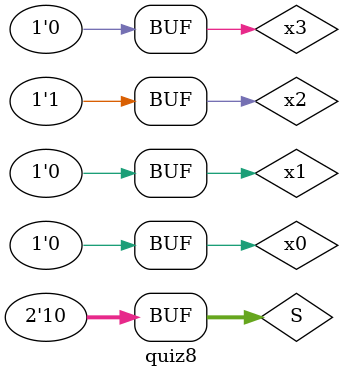
<source format=v>
`timescale 1ns/1ns

module quiz8;
reg x0, x1, x2, x3;
reg [1:0] S;
wire Y;

mux U0(x0, x1, x2, x3, S, Y);

initial begin
	x0 = 0; x1 = 0; x2 = 1; x3 = 0;
	#10 S[1] = 1; S[0] = 0;
end

endmodule
</source>
